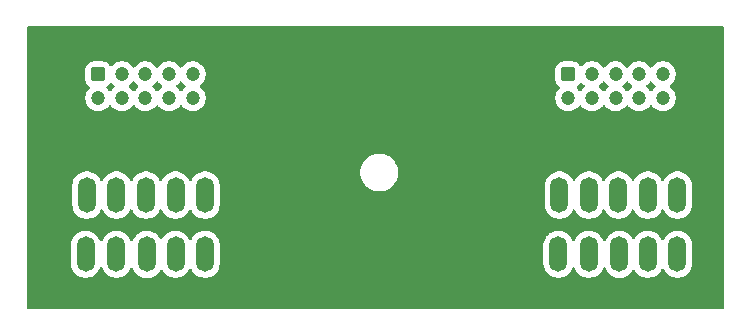
<source format=gbr>
%TF.GenerationSoftware,KiCad,Pcbnew,9.0.5*%
%TF.CreationDate,2025-10-21T11:31:10+02:00*%
%TF.ProjectId,PCB_switches,5043425f-7377-4697-9463-6865732e6b69,rev?*%
%TF.SameCoordinates,Original*%
%TF.FileFunction,Copper,L2,Bot*%
%TF.FilePolarity,Positive*%
%FSLAX46Y46*%
G04 Gerber Fmt 4.6, Leading zero omitted, Abs format (unit mm)*
G04 Created by KiCad (PCBNEW 9.0.5) date 2025-10-21 11:31:10*
%MOMM*%
%LPD*%
G01*
G04 APERTURE LIST*
G04 Aperture macros list*
%AMRoundRect*
0 Rectangle with rounded corners*
0 $1 Rounding radius*
0 $2 $3 $4 $5 $6 $7 $8 $9 X,Y pos of 4 corners*
0 Add a 4 corners polygon primitive as box body*
4,1,4,$2,$3,$4,$5,$6,$7,$8,$9,$2,$3,0*
0 Add four circle primitives for the rounded corners*
1,1,$1+$1,$2,$3*
1,1,$1+$1,$4,$5*
1,1,$1+$1,$6,$7*
1,1,$1+$1,$8,$9*
0 Add four rect primitives between the rounded corners*
20,1,$1+$1,$2,$3,$4,$5,0*
20,1,$1+$1,$4,$5,$6,$7,0*
20,1,$1+$1,$6,$7,$8,$9,0*
20,1,$1+$1,$8,$9,$2,$3,0*%
G04 Aperture macros list end*
%TA.AperFunction,ComponentPad*%
%ADD10O,1.500000X3.000000*%
%TD*%
%TA.AperFunction,ComponentPad*%
%ADD11RoundRect,0.250000X-0.350000X-0.350000X0.350000X-0.350000X0.350000X0.350000X-0.350000X0.350000X0*%
%TD*%
%TA.AperFunction,ComponentPad*%
%ADD12C,1.200000*%
%TD*%
G04 APERTURE END LIST*
D10*
%TO.P,SW1,1,1*%
%TO.N,Net-(J1-Pin_1)*%
X104047791Y-98217500D03*
%TO.P,SW1,2,2*%
%TO.N,Net-(J1-Pin_2)*%
X106547791Y-98217500D03*
%TO.P,SW1,3,3*%
%TO.N,Net-(J1-Pin_3)*%
X109047791Y-98217500D03*
%TO.P,SW1,4,4*%
%TO.N,Net-(J1-Pin_4)*%
X111547791Y-98217500D03*
%TO.P,SW1,5,5*%
%TO.N,Net-(J1-Pin_5)*%
X114047791Y-98217500D03*
%TO.P,SW1,6,6*%
%TO.N,Net-(J1-Pin_6)*%
X103952210Y-103217500D03*
%TO.P,SW1,7,7*%
%TO.N,Net-(J1-Pin_7)*%
X106547791Y-103217500D03*
%TO.P,SW1,8,8*%
%TO.N,Net-(J1-Pin_8)*%
X109129260Y-103232421D03*
%TO.P,SW1,9,9*%
%TO.N,Net-(J1-Pin_9)*%
X111547791Y-103217500D03*
%TO.P,SW1,10,10*%
%TO.N,Net-(J1-Pin_10)*%
X114047791Y-103217500D03*
%TD*%
D11*
%TO.P,J1,1,Pin_1*%
%TO.N,Net-(J1-Pin_1)*%
X105000000Y-88000000D03*
D12*
%TO.P,J1,2,Pin_2*%
%TO.N,Net-(J1-Pin_2)*%
X107000000Y-88000000D03*
%TO.P,J1,3,Pin_3*%
%TO.N,Net-(J1-Pin_3)*%
X109000000Y-88000000D03*
%TO.P,J1,4,Pin_4*%
%TO.N,Net-(J1-Pin_4)*%
X111000000Y-88000000D03*
%TO.P,J1,5,Pin_5*%
%TO.N,Net-(J1-Pin_5)*%
X113000000Y-88000000D03*
%TO.P,J1,6,Pin_6*%
%TO.N,Net-(J1-Pin_6)*%
X105000000Y-90000000D03*
%TO.P,J1,7,Pin_7*%
%TO.N,Net-(J1-Pin_7)*%
X107000000Y-90000000D03*
%TO.P,J1,8,Pin_8*%
%TO.N,Net-(J1-Pin_8)*%
X109000000Y-90000000D03*
%TO.P,J1,9,Pin_9*%
%TO.N,Net-(J1-Pin_9)*%
X111000000Y-90000000D03*
%TO.P,J1,10,Pin_10*%
%TO.N,Net-(J1-Pin_10)*%
X113000000Y-90000000D03*
%TD*%
D11*
%TO.P,J2,1,Pin_1*%
%TO.N,Net-(J2-Pin_1)*%
X144800000Y-88000000D03*
D12*
%TO.P,J2,2,Pin_2*%
%TO.N,Net-(J2-Pin_2)*%
X146800000Y-88000000D03*
%TO.P,J2,3,Pin_3*%
%TO.N,Net-(J2-Pin_3)*%
X148800000Y-88000000D03*
%TO.P,J2,4,Pin_4*%
%TO.N,Net-(J2-Pin_4)*%
X150800000Y-88000000D03*
%TO.P,J2,5,Pin_5*%
%TO.N,Net-(J2-Pin_5)*%
X152800000Y-88000000D03*
%TO.P,J2,6,Pin_6*%
%TO.N,Net-(J2-Pin_6)*%
X144800000Y-90000000D03*
%TO.P,J2,7,Pin_7*%
%TO.N,Net-(J2-Pin_7)*%
X146800000Y-90000000D03*
%TO.P,J2,8,Pin_8*%
%TO.N,unconnected-(J2-Pin_8-Pad8)*%
X148800000Y-90000000D03*
%TO.P,J2,9,Pin_9*%
%TO.N,unconnected-(J2-Pin_9-Pad9)*%
X150800000Y-90000000D03*
%TO.P,J2,10,Pin_10*%
%TO.N,Net-(J2-Pin_10)*%
X152800000Y-90000000D03*
%TD*%
D10*
%TO.P,SW2,1,1*%
%TO.N,Net-(J2-Pin_1)*%
X144047791Y-98217500D03*
%TO.P,SW2,2,2*%
%TO.N,Net-(J2-Pin_2)*%
X146547791Y-98217500D03*
%TO.P,SW2,3,3*%
%TO.N,Net-(J2-Pin_3)*%
X149047791Y-98217500D03*
%TO.P,SW2,4,4*%
%TO.N,Net-(J2-Pin_4)*%
X151547791Y-98217500D03*
%TO.P,SW2,5,5*%
%TO.N,Net-(J2-Pin_5)*%
X154047791Y-98217500D03*
%TO.P,SW2,6,6*%
%TO.N,Net-(J2-Pin_6)*%
X143952210Y-103217500D03*
%TO.P,SW2,7,7*%
%TO.N,Net-(J2-Pin_7)*%
X146547791Y-103217500D03*
%TO.P,SW2,8,8*%
%TO.N,unconnected-(SW2-Pad8)*%
X149129260Y-103232421D03*
%TO.P,SW2,9,9*%
%TO.N,unconnected-(SW2-Pad9)*%
X151547791Y-103217500D03*
%TO.P,SW2,10,10*%
%TO.N,Net-(J2-Pin_10)*%
X154047791Y-103217500D03*
%TD*%
%TA.AperFunction,NonConductor*%
G36*
X157892539Y-83907730D02*
G01*
X157938294Y-83960534D01*
X157949500Y-84012045D01*
X157949500Y-107763045D01*
X157929815Y-107830084D01*
X157877011Y-107875839D01*
X157825500Y-107887045D01*
X99074500Y-107887045D01*
X99007461Y-107867360D01*
X98961706Y-107814556D01*
X98950500Y-107763045D01*
X98950500Y-102369077D01*
X102701710Y-102369077D01*
X102701710Y-104065922D01*
X102732500Y-104260326D01*
X102793327Y-104447529D01*
X102857230Y-104572945D01*
X102882686Y-104622905D01*
X102998382Y-104782146D01*
X103137564Y-104921328D01*
X103296805Y-105037024D01*
X103379665Y-105079243D01*
X103472180Y-105126382D01*
X103472182Y-105126382D01*
X103472185Y-105126384D01*
X103518101Y-105141303D01*
X103659383Y-105187209D01*
X103853788Y-105218000D01*
X103853793Y-105218000D01*
X104050632Y-105218000D01*
X104245036Y-105187209D01*
X104432235Y-105126384D01*
X104607615Y-105037024D01*
X104766856Y-104921328D01*
X104906038Y-104782146D01*
X105021734Y-104622905D01*
X105111094Y-104447525D01*
X105132070Y-104382967D01*
X105171506Y-104325294D01*
X105235865Y-104298095D01*
X105304711Y-104310009D01*
X105356187Y-104357253D01*
X105367931Y-104382968D01*
X105388908Y-104447529D01*
X105452811Y-104572945D01*
X105478267Y-104622905D01*
X105593963Y-104782146D01*
X105733145Y-104921328D01*
X105892386Y-105037024D01*
X105975246Y-105079243D01*
X106067761Y-105126382D01*
X106067763Y-105126382D01*
X106067766Y-105126384D01*
X106113682Y-105141303D01*
X106254964Y-105187209D01*
X106449369Y-105218000D01*
X106449374Y-105218000D01*
X106646213Y-105218000D01*
X106840617Y-105187209D01*
X107027816Y-105126384D01*
X107203196Y-105037024D01*
X107362437Y-104921328D01*
X107501619Y-104782146D01*
X107617315Y-104622905D01*
X107706675Y-104447525D01*
X107718170Y-104412144D01*
X107757607Y-104354470D01*
X107821965Y-104327271D01*
X107890812Y-104339185D01*
X107942288Y-104386429D01*
X107954031Y-104412142D01*
X107955918Y-104417948D01*
X107970377Y-104462450D01*
X108052133Y-104622905D01*
X108059736Y-104637826D01*
X108175432Y-104797067D01*
X108314614Y-104936249D01*
X108473855Y-105051945D01*
X108556715Y-105094164D01*
X108649230Y-105141303D01*
X108649232Y-105141303D01*
X108649235Y-105141305D01*
X108749577Y-105173908D01*
X108836433Y-105202130D01*
X109030838Y-105232921D01*
X109030843Y-105232921D01*
X109227682Y-105232921D01*
X109422086Y-105202130D01*
X109609285Y-105141305D01*
X109784665Y-105051945D01*
X109943906Y-104936249D01*
X110083088Y-104797067D01*
X110198784Y-104637826D01*
X110231842Y-104572944D01*
X110279814Y-104522150D01*
X110347635Y-104505354D01*
X110413770Y-104527890D01*
X110452811Y-104572945D01*
X110478267Y-104622905D01*
X110593963Y-104782146D01*
X110733145Y-104921328D01*
X110892386Y-105037024D01*
X110975246Y-105079243D01*
X111067761Y-105126382D01*
X111067763Y-105126382D01*
X111067766Y-105126384D01*
X111113682Y-105141303D01*
X111254964Y-105187209D01*
X111449369Y-105218000D01*
X111449374Y-105218000D01*
X111646213Y-105218000D01*
X111840617Y-105187209D01*
X112027816Y-105126384D01*
X112203196Y-105037024D01*
X112362437Y-104921328D01*
X112501619Y-104782146D01*
X112617315Y-104622905D01*
X112687306Y-104485538D01*
X112735280Y-104434743D01*
X112803101Y-104417948D01*
X112869236Y-104440485D01*
X112908275Y-104485538D01*
X112978267Y-104622905D01*
X113093963Y-104782146D01*
X113233145Y-104921328D01*
X113392386Y-105037024D01*
X113475246Y-105079243D01*
X113567761Y-105126382D01*
X113567763Y-105126382D01*
X113567766Y-105126384D01*
X113613682Y-105141303D01*
X113754964Y-105187209D01*
X113949369Y-105218000D01*
X113949374Y-105218000D01*
X114146213Y-105218000D01*
X114340617Y-105187209D01*
X114527816Y-105126384D01*
X114703196Y-105037024D01*
X114862437Y-104921328D01*
X115001619Y-104782146D01*
X115117315Y-104622905D01*
X115206675Y-104447525D01*
X115267500Y-104260326D01*
X115298291Y-104065922D01*
X115298291Y-102369077D01*
X142701710Y-102369077D01*
X142701710Y-104065922D01*
X142732500Y-104260326D01*
X142793327Y-104447529D01*
X142857230Y-104572945D01*
X142882686Y-104622905D01*
X142998382Y-104782146D01*
X143137564Y-104921328D01*
X143296805Y-105037024D01*
X143379665Y-105079243D01*
X143472180Y-105126382D01*
X143472182Y-105126382D01*
X143472185Y-105126384D01*
X143518101Y-105141303D01*
X143659383Y-105187209D01*
X143853788Y-105218000D01*
X143853793Y-105218000D01*
X144050632Y-105218000D01*
X144245036Y-105187209D01*
X144432235Y-105126384D01*
X144607615Y-105037024D01*
X144766856Y-104921328D01*
X144906038Y-104782146D01*
X145021734Y-104622905D01*
X145111094Y-104447525D01*
X145132070Y-104382967D01*
X145171506Y-104325294D01*
X145235865Y-104298095D01*
X145304711Y-104310009D01*
X145356187Y-104357253D01*
X145367931Y-104382968D01*
X145388908Y-104447529D01*
X145452811Y-104572945D01*
X145478267Y-104622905D01*
X145593963Y-104782146D01*
X145733145Y-104921328D01*
X145892386Y-105037024D01*
X145975246Y-105079243D01*
X146067761Y-105126382D01*
X146067763Y-105126382D01*
X146067766Y-105126384D01*
X146113682Y-105141303D01*
X146254964Y-105187209D01*
X146449369Y-105218000D01*
X146449374Y-105218000D01*
X146646213Y-105218000D01*
X146840617Y-105187209D01*
X147027816Y-105126384D01*
X147203196Y-105037024D01*
X147362437Y-104921328D01*
X147501619Y-104782146D01*
X147617315Y-104622905D01*
X147706675Y-104447525D01*
X147718170Y-104412144D01*
X147757607Y-104354470D01*
X147821965Y-104327271D01*
X147890812Y-104339185D01*
X147942288Y-104386429D01*
X147954031Y-104412142D01*
X147955918Y-104417948D01*
X147970377Y-104462450D01*
X148052133Y-104622905D01*
X148059736Y-104637826D01*
X148175432Y-104797067D01*
X148314614Y-104936249D01*
X148473855Y-105051945D01*
X148556715Y-105094164D01*
X148649230Y-105141303D01*
X148649232Y-105141303D01*
X148649235Y-105141305D01*
X148749577Y-105173908D01*
X148836433Y-105202130D01*
X149030838Y-105232921D01*
X149030843Y-105232921D01*
X149227682Y-105232921D01*
X149422086Y-105202130D01*
X149609285Y-105141305D01*
X149784665Y-105051945D01*
X149943906Y-104936249D01*
X150083088Y-104797067D01*
X150198784Y-104637826D01*
X150231842Y-104572944D01*
X150279814Y-104522150D01*
X150347635Y-104505354D01*
X150413770Y-104527890D01*
X150452811Y-104572945D01*
X150478267Y-104622905D01*
X150593963Y-104782146D01*
X150733145Y-104921328D01*
X150892386Y-105037024D01*
X150975246Y-105079243D01*
X151067761Y-105126382D01*
X151067763Y-105126382D01*
X151067766Y-105126384D01*
X151113682Y-105141303D01*
X151254964Y-105187209D01*
X151449369Y-105218000D01*
X151449374Y-105218000D01*
X151646213Y-105218000D01*
X151840617Y-105187209D01*
X152027816Y-105126384D01*
X152203196Y-105037024D01*
X152362437Y-104921328D01*
X152501619Y-104782146D01*
X152617315Y-104622905D01*
X152687306Y-104485538D01*
X152735280Y-104434743D01*
X152803101Y-104417948D01*
X152869236Y-104440485D01*
X152908275Y-104485538D01*
X152978267Y-104622905D01*
X153093963Y-104782146D01*
X153233145Y-104921328D01*
X153392386Y-105037024D01*
X153475246Y-105079243D01*
X153567761Y-105126382D01*
X153567763Y-105126382D01*
X153567766Y-105126384D01*
X153613682Y-105141303D01*
X153754964Y-105187209D01*
X153949369Y-105218000D01*
X153949374Y-105218000D01*
X154146213Y-105218000D01*
X154340617Y-105187209D01*
X154527816Y-105126384D01*
X154703196Y-105037024D01*
X154862437Y-104921328D01*
X155001619Y-104782146D01*
X155117315Y-104622905D01*
X155206675Y-104447525D01*
X155267500Y-104260326D01*
X155298291Y-104065922D01*
X155298291Y-102369077D01*
X155267500Y-102174673D01*
X155227650Y-102052030D01*
X155206675Y-101987475D01*
X155206673Y-101987472D01*
X155206673Y-101987470D01*
X155124918Y-101827017D01*
X155117315Y-101812095D01*
X155001619Y-101652854D01*
X154862437Y-101513672D01*
X154703196Y-101397976D01*
X154527820Y-101308617D01*
X154340617Y-101247790D01*
X154146213Y-101217000D01*
X154146208Y-101217000D01*
X153949374Y-101217000D01*
X153949369Y-101217000D01*
X153754964Y-101247790D01*
X153567761Y-101308617D01*
X153392385Y-101397976D01*
X153301532Y-101463985D01*
X153233145Y-101513672D01*
X153233143Y-101513674D01*
X153233142Y-101513674D01*
X153093965Y-101652851D01*
X153093965Y-101652852D01*
X153093963Y-101652854D01*
X153044276Y-101721241D01*
X152978267Y-101812094D01*
X152908276Y-101949460D01*
X152860301Y-102000256D01*
X152792480Y-102017051D01*
X152726345Y-101994514D01*
X152687306Y-101949460D01*
X152624918Y-101827017D01*
X152617315Y-101812095D01*
X152501619Y-101652854D01*
X152362437Y-101513672D01*
X152203196Y-101397976D01*
X152027820Y-101308617D01*
X151840617Y-101247790D01*
X151646213Y-101217000D01*
X151646208Y-101217000D01*
X151449374Y-101217000D01*
X151449369Y-101217000D01*
X151254964Y-101247790D01*
X151067761Y-101308617D01*
X150892385Y-101397976D01*
X150801532Y-101463985D01*
X150733145Y-101513672D01*
X150733143Y-101513674D01*
X150733142Y-101513674D01*
X150593965Y-101652851D01*
X150593965Y-101652852D01*
X150593963Y-101652854D01*
X150544276Y-101721241D01*
X150478267Y-101812094D01*
X150445209Y-101876975D01*
X150397234Y-101927771D01*
X150329413Y-101944566D01*
X150263278Y-101922029D01*
X150224239Y-101876974D01*
X150198785Y-101827017D01*
X150181404Y-101803095D01*
X150083088Y-101667775D01*
X149943906Y-101528593D01*
X149784665Y-101412897D01*
X149755381Y-101397976D01*
X149609289Y-101323538D01*
X149422086Y-101262711D01*
X149227682Y-101231921D01*
X149227677Y-101231921D01*
X149030843Y-101231921D01*
X149030838Y-101231921D01*
X148836433Y-101262711D01*
X148649230Y-101323538D01*
X148473854Y-101412897D01*
X148383001Y-101478906D01*
X148314614Y-101528593D01*
X148314612Y-101528595D01*
X148314611Y-101528595D01*
X148175434Y-101667772D01*
X148175434Y-101667773D01*
X148175432Y-101667775D01*
X148125745Y-101736162D01*
X148059736Y-101827015D01*
X147970376Y-102002394D01*
X147958879Y-102037778D01*
X147919440Y-102095452D01*
X147855081Y-102122649D01*
X147786235Y-102110733D01*
X147734760Y-102063488D01*
X147723019Y-102037779D01*
X147706675Y-101987475D01*
X147617315Y-101812095D01*
X147501619Y-101652854D01*
X147362437Y-101513672D01*
X147203196Y-101397976D01*
X147027820Y-101308617D01*
X146840617Y-101247790D01*
X146646213Y-101217000D01*
X146646208Y-101217000D01*
X146449374Y-101217000D01*
X146449369Y-101217000D01*
X146254964Y-101247790D01*
X146067761Y-101308617D01*
X145892385Y-101397976D01*
X145801532Y-101463985D01*
X145733145Y-101513672D01*
X145733143Y-101513674D01*
X145733142Y-101513674D01*
X145593965Y-101652851D01*
X145593965Y-101652852D01*
X145593963Y-101652854D01*
X145544276Y-101721241D01*
X145478267Y-101812094D01*
X145388906Y-101987474D01*
X145367930Y-102052032D01*
X145328492Y-102109707D01*
X145264133Y-102136904D01*
X145195287Y-102124989D01*
X145143812Y-102077744D01*
X145132069Y-102052030D01*
X145111094Y-101987475D01*
X145021734Y-101812095D01*
X144906038Y-101652854D01*
X144766856Y-101513672D01*
X144607615Y-101397976D01*
X144432239Y-101308617D01*
X144245036Y-101247790D01*
X144050632Y-101217000D01*
X144050627Y-101217000D01*
X143853793Y-101217000D01*
X143853788Y-101217000D01*
X143659383Y-101247790D01*
X143472180Y-101308617D01*
X143296804Y-101397976D01*
X143205951Y-101463985D01*
X143137564Y-101513672D01*
X143137562Y-101513674D01*
X143137561Y-101513674D01*
X142998384Y-101652851D01*
X142998384Y-101652852D01*
X142998382Y-101652854D01*
X142948695Y-101721241D01*
X142882686Y-101812094D01*
X142793327Y-101987470D01*
X142732500Y-102174673D01*
X142701710Y-102369077D01*
X115298291Y-102369077D01*
X115267500Y-102174673D01*
X115227650Y-102052030D01*
X115206675Y-101987475D01*
X115206673Y-101987472D01*
X115206673Y-101987470D01*
X115124918Y-101827017D01*
X115117315Y-101812095D01*
X115001619Y-101652854D01*
X114862437Y-101513672D01*
X114703196Y-101397976D01*
X114527820Y-101308617D01*
X114340617Y-101247790D01*
X114146213Y-101217000D01*
X114146208Y-101217000D01*
X113949374Y-101217000D01*
X113949369Y-101217000D01*
X113754964Y-101247790D01*
X113567761Y-101308617D01*
X113392385Y-101397976D01*
X113301532Y-101463985D01*
X113233145Y-101513672D01*
X113233143Y-101513674D01*
X113233142Y-101513674D01*
X113093965Y-101652851D01*
X113093965Y-101652852D01*
X113093963Y-101652854D01*
X113044276Y-101721241D01*
X112978267Y-101812094D01*
X112908276Y-101949460D01*
X112860301Y-102000256D01*
X112792480Y-102017051D01*
X112726345Y-101994514D01*
X112687306Y-101949460D01*
X112624918Y-101827017D01*
X112617315Y-101812095D01*
X112501619Y-101652854D01*
X112362437Y-101513672D01*
X112203196Y-101397976D01*
X112027820Y-101308617D01*
X111840617Y-101247790D01*
X111646213Y-101217000D01*
X111646208Y-101217000D01*
X111449374Y-101217000D01*
X111449369Y-101217000D01*
X111254964Y-101247790D01*
X111067761Y-101308617D01*
X110892385Y-101397976D01*
X110801532Y-101463985D01*
X110733145Y-101513672D01*
X110733143Y-101513674D01*
X110733142Y-101513674D01*
X110593965Y-101652851D01*
X110593965Y-101652852D01*
X110593963Y-101652854D01*
X110544276Y-101721241D01*
X110478267Y-101812094D01*
X110445209Y-101876975D01*
X110397234Y-101927771D01*
X110329413Y-101944566D01*
X110263278Y-101922029D01*
X110224239Y-101876974D01*
X110198785Y-101827017D01*
X110181404Y-101803095D01*
X110083088Y-101667775D01*
X109943906Y-101528593D01*
X109784665Y-101412897D01*
X109755381Y-101397976D01*
X109609289Y-101323538D01*
X109422086Y-101262711D01*
X109227682Y-101231921D01*
X109227677Y-101231921D01*
X109030843Y-101231921D01*
X109030838Y-101231921D01*
X108836433Y-101262711D01*
X108649230Y-101323538D01*
X108473854Y-101412897D01*
X108383001Y-101478906D01*
X108314614Y-101528593D01*
X108314612Y-101528595D01*
X108314611Y-101528595D01*
X108175434Y-101667772D01*
X108175434Y-101667773D01*
X108175432Y-101667775D01*
X108125745Y-101736162D01*
X108059736Y-101827015D01*
X107970376Y-102002394D01*
X107958879Y-102037778D01*
X107919440Y-102095452D01*
X107855081Y-102122649D01*
X107786235Y-102110733D01*
X107734760Y-102063488D01*
X107723019Y-102037779D01*
X107706675Y-101987475D01*
X107617315Y-101812095D01*
X107501619Y-101652854D01*
X107362437Y-101513672D01*
X107203196Y-101397976D01*
X107027820Y-101308617D01*
X106840617Y-101247790D01*
X106646213Y-101217000D01*
X106646208Y-101217000D01*
X106449374Y-101217000D01*
X106449369Y-101217000D01*
X106254964Y-101247790D01*
X106067761Y-101308617D01*
X105892385Y-101397976D01*
X105801532Y-101463985D01*
X105733145Y-101513672D01*
X105733143Y-101513674D01*
X105733142Y-101513674D01*
X105593965Y-101652851D01*
X105593965Y-101652852D01*
X105593963Y-101652854D01*
X105544276Y-101721241D01*
X105478267Y-101812094D01*
X105388906Y-101987474D01*
X105367930Y-102052032D01*
X105328492Y-102109707D01*
X105264133Y-102136904D01*
X105195287Y-102124989D01*
X105143812Y-102077744D01*
X105132069Y-102052030D01*
X105111094Y-101987475D01*
X105021734Y-101812095D01*
X104906038Y-101652854D01*
X104766856Y-101513672D01*
X104607615Y-101397976D01*
X104432239Y-101308617D01*
X104245036Y-101247790D01*
X104050632Y-101217000D01*
X104050627Y-101217000D01*
X103853793Y-101217000D01*
X103853788Y-101217000D01*
X103659383Y-101247790D01*
X103472180Y-101308617D01*
X103296804Y-101397976D01*
X103205951Y-101463985D01*
X103137564Y-101513672D01*
X103137562Y-101513674D01*
X103137561Y-101513674D01*
X102998384Y-101652851D01*
X102998384Y-101652852D01*
X102998382Y-101652854D01*
X102948695Y-101721241D01*
X102882686Y-101812094D01*
X102793327Y-101987470D01*
X102732500Y-102174673D01*
X102701710Y-102369077D01*
X98950500Y-102369077D01*
X98950500Y-97369077D01*
X102797291Y-97369077D01*
X102797291Y-99065922D01*
X102828081Y-99260326D01*
X102888908Y-99447529D01*
X102978267Y-99622905D01*
X103093963Y-99782146D01*
X103233145Y-99921328D01*
X103392386Y-100037024D01*
X103475246Y-100079243D01*
X103567761Y-100126382D01*
X103567763Y-100126382D01*
X103567766Y-100126384D01*
X103668108Y-100158987D01*
X103754964Y-100187209D01*
X103949369Y-100218000D01*
X103949374Y-100218000D01*
X104146213Y-100218000D01*
X104340617Y-100187209D01*
X104527816Y-100126384D01*
X104703196Y-100037024D01*
X104862437Y-99921328D01*
X105001619Y-99782146D01*
X105117315Y-99622905D01*
X105187306Y-99485538D01*
X105235280Y-99434743D01*
X105303101Y-99417948D01*
X105369236Y-99440485D01*
X105408275Y-99485538D01*
X105478267Y-99622905D01*
X105593963Y-99782146D01*
X105733145Y-99921328D01*
X105892386Y-100037024D01*
X105975246Y-100079243D01*
X106067761Y-100126382D01*
X106067763Y-100126382D01*
X106067766Y-100126384D01*
X106168108Y-100158987D01*
X106254964Y-100187209D01*
X106449369Y-100218000D01*
X106449374Y-100218000D01*
X106646213Y-100218000D01*
X106840617Y-100187209D01*
X107027816Y-100126384D01*
X107203196Y-100037024D01*
X107362437Y-99921328D01*
X107501619Y-99782146D01*
X107617315Y-99622905D01*
X107687306Y-99485538D01*
X107735280Y-99434743D01*
X107803101Y-99417948D01*
X107869236Y-99440485D01*
X107908275Y-99485538D01*
X107978267Y-99622905D01*
X108093963Y-99782146D01*
X108233145Y-99921328D01*
X108392386Y-100037024D01*
X108475246Y-100079243D01*
X108567761Y-100126382D01*
X108567763Y-100126382D01*
X108567766Y-100126384D01*
X108668108Y-100158987D01*
X108754964Y-100187209D01*
X108949369Y-100218000D01*
X108949374Y-100218000D01*
X109146213Y-100218000D01*
X109340617Y-100187209D01*
X109527816Y-100126384D01*
X109703196Y-100037024D01*
X109862437Y-99921328D01*
X110001619Y-99782146D01*
X110117315Y-99622905D01*
X110187306Y-99485538D01*
X110235280Y-99434743D01*
X110303101Y-99417948D01*
X110369236Y-99440485D01*
X110408275Y-99485538D01*
X110478267Y-99622905D01*
X110593963Y-99782146D01*
X110733145Y-99921328D01*
X110892386Y-100037024D01*
X110975246Y-100079243D01*
X111067761Y-100126382D01*
X111067763Y-100126382D01*
X111067766Y-100126384D01*
X111168108Y-100158987D01*
X111254964Y-100187209D01*
X111449369Y-100218000D01*
X111449374Y-100218000D01*
X111646213Y-100218000D01*
X111840617Y-100187209D01*
X112027816Y-100126384D01*
X112203196Y-100037024D01*
X112362437Y-99921328D01*
X112501619Y-99782146D01*
X112617315Y-99622905D01*
X112687306Y-99485538D01*
X112735280Y-99434743D01*
X112803101Y-99417948D01*
X112869236Y-99440485D01*
X112908275Y-99485538D01*
X112978267Y-99622905D01*
X113093963Y-99782146D01*
X113233145Y-99921328D01*
X113392386Y-100037024D01*
X113475246Y-100079243D01*
X113567761Y-100126382D01*
X113567763Y-100126382D01*
X113567766Y-100126384D01*
X113668108Y-100158987D01*
X113754964Y-100187209D01*
X113949369Y-100218000D01*
X113949374Y-100218000D01*
X114146213Y-100218000D01*
X114340617Y-100187209D01*
X114527816Y-100126384D01*
X114703196Y-100037024D01*
X114862437Y-99921328D01*
X115001619Y-99782146D01*
X115117315Y-99622905D01*
X115206675Y-99447525D01*
X115267500Y-99260326D01*
X115298291Y-99065922D01*
X115298291Y-97369077D01*
X115267500Y-97174673D01*
X115216285Y-97017051D01*
X115206675Y-96987475D01*
X115206673Y-96987472D01*
X115206673Y-96987470D01*
X115117314Y-96812094D01*
X115001619Y-96652854D01*
X114862437Y-96513672D01*
X114703196Y-96397976D01*
X114527820Y-96308617D01*
X114490567Y-96296513D01*
X114438715Y-96279665D01*
X114340617Y-96247790D01*
X114146213Y-96217000D01*
X114146208Y-96217000D01*
X113949374Y-96217000D01*
X113949369Y-96217000D01*
X113754964Y-96247790D01*
X113567761Y-96308617D01*
X113392385Y-96397976D01*
X113301532Y-96463985D01*
X113233145Y-96513672D01*
X113233143Y-96513674D01*
X113233142Y-96513674D01*
X113093965Y-96652851D01*
X113093965Y-96652852D01*
X113093963Y-96652854D01*
X113078029Y-96674785D01*
X112978267Y-96812094D01*
X112908276Y-96949460D01*
X112860301Y-97000256D01*
X112792480Y-97017051D01*
X112726345Y-96994514D01*
X112687306Y-96949460D01*
X112617314Y-96812094D01*
X112501619Y-96652854D01*
X112362437Y-96513672D01*
X112203196Y-96397976D01*
X112027820Y-96308617D01*
X111840617Y-96247790D01*
X111646213Y-96217000D01*
X111646208Y-96217000D01*
X111449374Y-96217000D01*
X111449369Y-96217000D01*
X111254964Y-96247790D01*
X111067761Y-96308617D01*
X110892385Y-96397976D01*
X110801532Y-96463985D01*
X110733145Y-96513672D01*
X110733143Y-96513674D01*
X110733142Y-96513674D01*
X110593965Y-96652851D01*
X110593965Y-96652852D01*
X110593963Y-96652854D01*
X110578029Y-96674785D01*
X110478267Y-96812094D01*
X110408276Y-96949460D01*
X110360301Y-97000256D01*
X110292480Y-97017051D01*
X110226345Y-96994514D01*
X110187306Y-96949460D01*
X110117314Y-96812094D01*
X110001619Y-96652854D01*
X109862437Y-96513672D01*
X109703196Y-96397976D01*
X109527820Y-96308617D01*
X109340617Y-96247790D01*
X109146213Y-96217000D01*
X109146208Y-96217000D01*
X108949374Y-96217000D01*
X108949369Y-96217000D01*
X108754964Y-96247790D01*
X108567761Y-96308617D01*
X108392385Y-96397976D01*
X108301532Y-96463985D01*
X108233145Y-96513672D01*
X108233143Y-96513674D01*
X108233142Y-96513674D01*
X108093965Y-96652851D01*
X108093965Y-96652852D01*
X108093963Y-96652854D01*
X108078029Y-96674785D01*
X107978267Y-96812094D01*
X107908276Y-96949460D01*
X107860301Y-97000256D01*
X107792480Y-97017051D01*
X107726345Y-96994514D01*
X107687306Y-96949460D01*
X107617314Y-96812094D01*
X107501619Y-96652854D01*
X107362437Y-96513672D01*
X107203196Y-96397976D01*
X107027820Y-96308617D01*
X106840617Y-96247790D01*
X106646213Y-96217000D01*
X106646208Y-96217000D01*
X106449374Y-96217000D01*
X106449369Y-96217000D01*
X106254964Y-96247790D01*
X106067761Y-96308617D01*
X105892385Y-96397976D01*
X105801532Y-96463985D01*
X105733145Y-96513672D01*
X105733143Y-96513674D01*
X105733142Y-96513674D01*
X105593965Y-96652851D01*
X105593965Y-96652852D01*
X105593963Y-96652854D01*
X105578029Y-96674785D01*
X105478267Y-96812094D01*
X105408276Y-96949460D01*
X105360301Y-97000256D01*
X105292480Y-97017051D01*
X105226345Y-96994514D01*
X105187306Y-96949460D01*
X105117314Y-96812094D01*
X105001619Y-96652854D01*
X104862437Y-96513672D01*
X104703196Y-96397976D01*
X104527820Y-96308617D01*
X104340617Y-96247790D01*
X104146213Y-96217000D01*
X104146208Y-96217000D01*
X103949374Y-96217000D01*
X103949369Y-96217000D01*
X103754964Y-96247790D01*
X103567761Y-96308617D01*
X103392385Y-96397976D01*
X103301532Y-96463985D01*
X103233145Y-96513672D01*
X103233143Y-96513674D01*
X103233142Y-96513674D01*
X103093965Y-96652851D01*
X103093965Y-96652852D01*
X103093963Y-96652854D01*
X103078029Y-96674785D01*
X102978267Y-96812094D01*
X102888908Y-96987470D01*
X102828081Y-97174673D01*
X102797291Y-97369077D01*
X98950500Y-97369077D01*
X98950500Y-96174038D01*
X127199500Y-96174038D01*
X127199500Y-96425961D01*
X127238910Y-96674785D01*
X127316760Y-96914383D01*
X127431132Y-97138848D01*
X127579201Y-97342649D01*
X127579205Y-97342654D01*
X127757345Y-97520794D01*
X127757350Y-97520798D01*
X127935117Y-97649952D01*
X127961155Y-97668870D01*
X128104184Y-97741747D01*
X128185616Y-97783239D01*
X128185618Y-97783239D01*
X128185621Y-97783241D01*
X128425215Y-97861090D01*
X128674038Y-97900500D01*
X128674039Y-97900500D01*
X128925961Y-97900500D01*
X128925962Y-97900500D01*
X129174785Y-97861090D01*
X129414379Y-97783241D01*
X129638845Y-97668870D01*
X129842656Y-97520793D01*
X129994372Y-97369077D01*
X142797291Y-97369077D01*
X142797291Y-99065922D01*
X142828081Y-99260326D01*
X142888908Y-99447529D01*
X142978267Y-99622905D01*
X143093963Y-99782146D01*
X143233145Y-99921328D01*
X143392386Y-100037024D01*
X143475246Y-100079243D01*
X143567761Y-100126382D01*
X143567763Y-100126382D01*
X143567766Y-100126384D01*
X143668108Y-100158987D01*
X143754964Y-100187209D01*
X143949369Y-100218000D01*
X143949374Y-100218000D01*
X144146213Y-100218000D01*
X144340617Y-100187209D01*
X144527816Y-100126384D01*
X144703196Y-100037024D01*
X144862437Y-99921328D01*
X145001619Y-99782146D01*
X145117315Y-99622905D01*
X145187306Y-99485538D01*
X145235280Y-99434743D01*
X145303101Y-99417948D01*
X145369236Y-99440485D01*
X145408275Y-99485538D01*
X145478267Y-99622905D01*
X145593963Y-99782146D01*
X145733145Y-99921328D01*
X145892386Y-100037024D01*
X145975246Y-100079243D01*
X146067761Y-100126382D01*
X146067763Y-100126382D01*
X146067766Y-100126384D01*
X146168108Y-100158987D01*
X146254964Y-100187209D01*
X146449369Y-100218000D01*
X146449374Y-100218000D01*
X146646213Y-100218000D01*
X146840617Y-100187209D01*
X147027816Y-100126384D01*
X147203196Y-100037024D01*
X147362437Y-99921328D01*
X147501619Y-99782146D01*
X147617315Y-99622905D01*
X147687306Y-99485538D01*
X147735280Y-99434743D01*
X147803101Y-99417948D01*
X147869236Y-99440485D01*
X147908275Y-99485538D01*
X147978267Y-99622905D01*
X148093963Y-99782146D01*
X148233145Y-99921328D01*
X148392386Y-100037024D01*
X148475246Y-100079243D01*
X148567761Y-100126382D01*
X148567763Y-100126382D01*
X148567766Y-100126384D01*
X148668108Y-100158987D01*
X148754964Y-100187209D01*
X148949369Y-100218000D01*
X148949374Y-100218000D01*
X149146213Y-100218000D01*
X149340617Y-100187209D01*
X149527816Y-100126384D01*
X149703196Y-100037024D01*
X149862437Y-99921328D01*
X150001619Y-99782146D01*
X150117315Y-99622905D01*
X150187306Y-99485538D01*
X150235280Y-99434743D01*
X150303101Y-99417948D01*
X150369236Y-99440485D01*
X150408275Y-99485538D01*
X150478267Y-99622905D01*
X150593963Y-99782146D01*
X150733145Y-99921328D01*
X150892386Y-100037024D01*
X150975246Y-100079243D01*
X151067761Y-100126382D01*
X151067763Y-100126382D01*
X151067766Y-100126384D01*
X151168108Y-100158987D01*
X151254964Y-100187209D01*
X151449369Y-100218000D01*
X151449374Y-100218000D01*
X151646213Y-100218000D01*
X151840617Y-100187209D01*
X152027816Y-100126384D01*
X152203196Y-100037024D01*
X152362437Y-99921328D01*
X152501619Y-99782146D01*
X152617315Y-99622905D01*
X152687306Y-99485538D01*
X152735280Y-99434743D01*
X152803101Y-99417948D01*
X152869236Y-99440485D01*
X152908275Y-99485538D01*
X152978267Y-99622905D01*
X153093963Y-99782146D01*
X153233145Y-99921328D01*
X153392386Y-100037024D01*
X153475246Y-100079243D01*
X153567761Y-100126382D01*
X153567763Y-100126382D01*
X153567766Y-100126384D01*
X153668108Y-100158987D01*
X153754964Y-100187209D01*
X153949369Y-100218000D01*
X153949374Y-100218000D01*
X154146213Y-100218000D01*
X154340617Y-100187209D01*
X154527816Y-100126384D01*
X154703196Y-100037024D01*
X154862437Y-99921328D01*
X155001619Y-99782146D01*
X155117315Y-99622905D01*
X155206675Y-99447525D01*
X155267500Y-99260326D01*
X155298291Y-99065922D01*
X155298291Y-97369077D01*
X155267500Y-97174673D01*
X155216285Y-97017051D01*
X155206675Y-96987475D01*
X155206673Y-96987472D01*
X155206673Y-96987470D01*
X155117314Y-96812094D01*
X155001619Y-96652854D01*
X154862437Y-96513672D01*
X154703196Y-96397976D01*
X154527820Y-96308617D01*
X154340617Y-96247790D01*
X154146213Y-96217000D01*
X154146208Y-96217000D01*
X153949374Y-96217000D01*
X153949369Y-96217000D01*
X153754964Y-96247790D01*
X153567761Y-96308617D01*
X153392385Y-96397976D01*
X153301532Y-96463985D01*
X153233145Y-96513672D01*
X153233143Y-96513674D01*
X153233142Y-96513674D01*
X153093965Y-96652851D01*
X153093965Y-96652852D01*
X153093963Y-96652854D01*
X153078029Y-96674785D01*
X152978267Y-96812094D01*
X152908276Y-96949460D01*
X152860301Y-97000256D01*
X152792480Y-97017051D01*
X152726345Y-96994514D01*
X152687306Y-96949460D01*
X152617314Y-96812094D01*
X152501619Y-96652854D01*
X152362437Y-96513672D01*
X152203196Y-96397976D01*
X152027820Y-96308617D01*
X151840617Y-96247790D01*
X151646213Y-96217000D01*
X151646208Y-96217000D01*
X151449374Y-96217000D01*
X151449369Y-96217000D01*
X151254964Y-96247790D01*
X151067761Y-96308617D01*
X150892385Y-96397976D01*
X150801532Y-96463985D01*
X150733145Y-96513672D01*
X150733143Y-96513674D01*
X150733142Y-96513674D01*
X150593965Y-96652851D01*
X150593965Y-96652852D01*
X150593963Y-96652854D01*
X150578029Y-96674785D01*
X150478267Y-96812094D01*
X150408276Y-96949460D01*
X150360301Y-97000256D01*
X150292480Y-97017051D01*
X150226345Y-96994514D01*
X150187306Y-96949460D01*
X150117314Y-96812094D01*
X150001619Y-96652854D01*
X149862437Y-96513672D01*
X149703196Y-96397976D01*
X149527820Y-96308617D01*
X149340617Y-96247790D01*
X149146213Y-96217000D01*
X149146208Y-96217000D01*
X148949374Y-96217000D01*
X148949369Y-96217000D01*
X148754964Y-96247790D01*
X148567761Y-96308617D01*
X148392385Y-96397976D01*
X148301532Y-96463985D01*
X148233145Y-96513672D01*
X148233143Y-96513674D01*
X148233142Y-96513674D01*
X148093965Y-96652851D01*
X148093965Y-96652852D01*
X148093963Y-96652854D01*
X148078029Y-96674785D01*
X147978267Y-96812094D01*
X147908276Y-96949460D01*
X147860301Y-97000256D01*
X147792480Y-97017051D01*
X147726345Y-96994514D01*
X147687306Y-96949460D01*
X147617314Y-96812094D01*
X147501619Y-96652854D01*
X147362437Y-96513672D01*
X147203196Y-96397976D01*
X147027820Y-96308617D01*
X146840617Y-96247790D01*
X146646213Y-96217000D01*
X146646208Y-96217000D01*
X146449374Y-96217000D01*
X146449369Y-96217000D01*
X146254964Y-96247790D01*
X146067761Y-96308617D01*
X145892385Y-96397976D01*
X145801532Y-96463985D01*
X145733145Y-96513672D01*
X145733143Y-96513674D01*
X145733142Y-96513674D01*
X145593965Y-96652851D01*
X145593965Y-96652852D01*
X145593963Y-96652854D01*
X145578029Y-96674785D01*
X145478267Y-96812094D01*
X145408276Y-96949460D01*
X145360301Y-97000256D01*
X145292480Y-97017051D01*
X145226345Y-96994514D01*
X145187306Y-96949460D01*
X145117314Y-96812094D01*
X145001619Y-96652854D01*
X144862437Y-96513672D01*
X144703196Y-96397976D01*
X144527820Y-96308617D01*
X144340617Y-96247790D01*
X144146213Y-96217000D01*
X144146208Y-96217000D01*
X143949374Y-96217000D01*
X143949369Y-96217000D01*
X143754964Y-96247790D01*
X143567761Y-96308617D01*
X143392385Y-96397976D01*
X143301532Y-96463985D01*
X143233145Y-96513672D01*
X143233143Y-96513674D01*
X143233142Y-96513674D01*
X143093965Y-96652851D01*
X143093965Y-96652852D01*
X143093963Y-96652854D01*
X143078029Y-96674785D01*
X142978267Y-96812094D01*
X142888908Y-96987470D01*
X142828081Y-97174673D01*
X142797291Y-97369077D01*
X129994372Y-97369077D01*
X130020793Y-97342656D01*
X130168870Y-97138845D01*
X130283241Y-96914379D01*
X130361090Y-96674785D01*
X130400500Y-96425962D01*
X130400500Y-96174038D01*
X130361090Y-95925215D01*
X130283241Y-95685621D01*
X130283239Y-95685618D01*
X130283239Y-95685616D01*
X130241747Y-95604184D01*
X130168870Y-95461155D01*
X130149952Y-95435117D01*
X130020798Y-95257350D01*
X130020794Y-95257345D01*
X129842654Y-95079205D01*
X129842649Y-95079201D01*
X129638848Y-94931132D01*
X129638847Y-94931131D01*
X129638845Y-94931130D01*
X129568747Y-94895413D01*
X129414383Y-94816760D01*
X129174785Y-94738910D01*
X128925962Y-94699500D01*
X128674038Y-94699500D01*
X128549626Y-94719205D01*
X128425214Y-94738910D01*
X128185616Y-94816760D01*
X127961151Y-94931132D01*
X127757350Y-95079201D01*
X127757345Y-95079205D01*
X127579205Y-95257345D01*
X127579201Y-95257350D01*
X127431132Y-95461151D01*
X127316760Y-95685616D01*
X127238910Y-95925214D01*
X127199500Y-96174038D01*
X98950500Y-96174038D01*
X98950500Y-87599983D01*
X103899500Y-87599983D01*
X103899500Y-88400001D01*
X103899501Y-88400019D01*
X103910000Y-88502796D01*
X103910001Y-88502799D01*
X103965185Y-88669331D01*
X103965187Y-88669336D01*
X103988870Y-88707732D01*
X104057288Y-88818656D01*
X104181344Y-88942712D01*
X104234298Y-88975374D01*
X104245543Y-88982310D01*
X104292268Y-89034258D01*
X104303489Y-89103221D01*
X104275646Y-89167303D01*
X104268128Y-89175530D01*
X104160585Y-89283073D01*
X104058768Y-89423211D01*
X103980128Y-89577552D01*
X103926597Y-89742302D01*
X103899500Y-89913389D01*
X103899500Y-90086611D01*
X103926598Y-90257701D01*
X103980127Y-90422445D01*
X104058768Y-90576788D01*
X104160586Y-90716928D01*
X104283072Y-90839414D01*
X104423212Y-90941232D01*
X104577555Y-91019873D01*
X104742299Y-91073402D01*
X104913389Y-91100500D01*
X104913390Y-91100500D01*
X105086610Y-91100500D01*
X105086611Y-91100500D01*
X105257701Y-91073402D01*
X105422445Y-91019873D01*
X105576788Y-90941232D01*
X105716928Y-90839414D01*
X105839414Y-90716928D01*
X105899682Y-90633975D01*
X105955012Y-90591311D01*
X106024626Y-90585332D01*
X106086421Y-90617938D01*
X106100315Y-90633973D01*
X106160586Y-90716928D01*
X106283072Y-90839414D01*
X106423212Y-90941232D01*
X106577555Y-91019873D01*
X106742299Y-91073402D01*
X106913389Y-91100500D01*
X106913390Y-91100500D01*
X107086610Y-91100500D01*
X107086611Y-91100500D01*
X107257701Y-91073402D01*
X107422445Y-91019873D01*
X107576788Y-90941232D01*
X107716928Y-90839414D01*
X107839414Y-90716928D01*
X107899682Y-90633975D01*
X107955012Y-90591311D01*
X108024626Y-90585332D01*
X108086421Y-90617938D01*
X108100315Y-90633973D01*
X108160586Y-90716928D01*
X108283072Y-90839414D01*
X108423212Y-90941232D01*
X108577555Y-91019873D01*
X108742299Y-91073402D01*
X108913389Y-91100500D01*
X108913390Y-91100500D01*
X109086610Y-91100500D01*
X109086611Y-91100500D01*
X109257701Y-91073402D01*
X109422445Y-91019873D01*
X109576788Y-90941232D01*
X109716928Y-90839414D01*
X109839414Y-90716928D01*
X109899682Y-90633975D01*
X109955012Y-90591311D01*
X110024626Y-90585332D01*
X110086421Y-90617938D01*
X110100315Y-90633973D01*
X110160586Y-90716928D01*
X110283072Y-90839414D01*
X110423212Y-90941232D01*
X110577555Y-91019873D01*
X110742299Y-91073402D01*
X110913389Y-91100500D01*
X110913390Y-91100500D01*
X111086610Y-91100500D01*
X111086611Y-91100500D01*
X111257701Y-91073402D01*
X111422445Y-91019873D01*
X111576788Y-90941232D01*
X111716928Y-90839414D01*
X111839414Y-90716928D01*
X111899682Y-90633975D01*
X111955012Y-90591311D01*
X112024626Y-90585332D01*
X112086421Y-90617938D01*
X112100315Y-90633973D01*
X112160586Y-90716928D01*
X112283072Y-90839414D01*
X112423212Y-90941232D01*
X112577555Y-91019873D01*
X112742299Y-91073402D01*
X112913389Y-91100500D01*
X112913390Y-91100500D01*
X113086610Y-91100500D01*
X113086611Y-91100500D01*
X113257701Y-91073402D01*
X113422445Y-91019873D01*
X113576788Y-90941232D01*
X113716928Y-90839414D01*
X113839414Y-90716928D01*
X113941232Y-90576788D01*
X114019873Y-90422445D01*
X114073402Y-90257701D01*
X114100500Y-90086611D01*
X114100500Y-89913389D01*
X114073402Y-89742299D01*
X114019873Y-89577555D01*
X113941232Y-89423212D01*
X113839414Y-89283072D01*
X113716928Y-89160586D01*
X113633975Y-89100317D01*
X113591311Y-89044988D01*
X113585332Y-88975374D01*
X113617938Y-88913579D01*
X113633976Y-88899682D01*
X113716928Y-88839414D01*
X113839414Y-88716928D01*
X113941232Y-88576788D01*
X114019873Y-88422445D01*
X114073402Y-88257701D01*
X114100500Y-88086611D01*
X114100500Y-87913389D01*
X114073402Y-87742299D01*
X114027160Y-87599983D01*
X143699500Y-87599983D01*
X143699500Y-88400001D01*
X143699501Y-88400019D01*
X143710000Y-88502796D01*
X143710001Y-88502799D01*
X143765185Y-88669331D01*
X143765187Y-88669336D01*
X143788870Y-88707732D01*
X143857288Y-88818656D01*
X143981344Y-88942712D01*
X144034298Y-88975374D01*
X144045543Y-88982310D01*
X144092268Y-89034258D01*
X144103489Y-89103221D01*
X144075646Y-89167303D01*
X144068128Y-89175530D01*
X143960585Y-89283073D01*
X143858768Y-89423211D01*
X143780128Y-89577552D01*
X143726597Y-89742302D01*
X143699500Y-89913389D01*
X143699500Y-90086611D01*
X143726598Y-90257701D01*
X143780127Y-90422445D01*
X143858768Y-90576788D01*
X143960586Y-90716928D01*
X144083072Y-90839414D01*
X144223212Y-90941232D01*
X144377555Y-91019873D01*
X144542299Y-91073402D01*
X144713389Y-91100500D01*
X144713390Y-91100500D01*
X144886610Y-91100500D01*
X144886611Y-91100500D01*
X145057701Y-91073402D01*
X145222445Y-91019873D01*
X145376788Y-90941232D01*
X145516928Y-90839414D01*
X145639414Y-90716928D01*
X145699682Y-90633975D01*
X145755012Y-90591311D01*
X145824626Y-90585332D01*
X145886421Y-90617938D01*
X145900315Y-90633973D01*
X145960586Y-90716928D01*
X146083072Y-90839414D01*
X146223212Y-90941232D01*
X146377555Y-91019873D01*
X146542299Y-91073402D01*
X146713389Y-91100500D01*
X146713390Y-91100500D01*
X146886610Y-91100500D01*
X146886611Y-91100500D01*
X147057701Y-91073402D01*
X147222445Y-91019873D01*
X147376788Y-90941232D01*
X147516928Y-90839414D01*
X147639414Y-90716928D01*
X147699682Y-90633975D01*
X147755012Y-90591311D01*
X147824626Y-90585332D01*
X147886421Y-90617938D01*
X147900315Y-90633973D01*
X147960586Y-90716928D01*
X148083072Y-90839414D01*
X148223212Y-90941232D01*
X148377555Y-91019873D01*
X148542299Y-91073402D01*
X148713389Y-91100500D01*
X148713390Y-91100500D01*
X148886610Y-91100500D01*
X148886611Y-91100500D01*
X149057701Y-91073402D01*
X149222445Y-91019873D01*
X149376788Y-90941232D01*
X149516928Y-90839414D01*
X149639414Y-90716928D01*
X149699682Y-90633975D01*
X149755012Y-90591311D01*
X149824626Y-90585332D01*
X149886421Y-90617938D01*
X149900315Y-90633973D01*
X149960586Y-90716928D01*
X150083072Y-90839414D01*
X150223212Y-90941232D01*
X150377555Y-91019873D01*
X150542299Y-91073402D01*
X150713389Y-91100500D01*
X150713390Y-91100500D01*
X150886610Y-91100500D01*
X150886611Y-91100500D01*
X151057701Y-91073402D01*
X151222445Y-91019873D01*
X151376788Y-90941232D01*
X151516928Y-90839414D01*
X151639414Y-90716928D01*
X151699682Y-90633975D01*
X151755012Y-90591311D01*
X151824626Y-90585332D01*
X151886421Y-90617938D01*
X151900315Y-90633973D01*
X151960586Y-90716928D01*
X152083072Y-90839414D01*
X152223212Y-90941232D01*
X152377555Y-91019873D01*
X152542299Y-91073402D01*
X152713389Y-91100500D01*
X152713390Y-91100500D01*
X152886610Y-91100500D01*
X152886611Y-91100500D01*
X153057701Y-91073402D01*
X153222445Y-91019873D01*
X153376788Y-90941232D01*
X153516928Y-90839414D01*
X153639414Y-90716928D01*
X153741232Y-90576788D01*
X153819873Y-90422445D01*
X153873402Y-90257701D01*
X153900500Y-90086611D01*
X153900500Y-89913389D01*
X153873402Y-89742299D01*
X153819873Y-89577555D01*
X153741232Y-89423212D01*
X153639414Y-89283072D01*
X153516928Y-89160586D01*
X153433975Y-89100317D01*
X153391311Y-89044988D01*
X153385332Y-88975374D01*
X153417938Y-88913579D01*
X153433976Y-88899682D01*
X153516928Y-88839414D01*
X153639414Y-88716928D01*
X153741232Y-88576788D01*
X153819873Y-88422445D01*
X153873402Y-88257701D01*
X153900500Y-88086611D01*
X153900500Y-87913389D01*
X153873402Y-87742299D01*
X153819873Y-87577555D01*
X153741232Y-87423212D01*
X153639414Y-87283072D01*
X153516928Y-87160586D01*
X153376788Y-87058768D01*
X153222445Y-86980127D01*
X153057701Y-86926598D01*
X153057699Y-86926597D01*
X153057698Y-86926597D01*
X152926271Y-86905781D01*
X152886611Y-86899500D01*
X152713389Y-86899500D01*
X152673728Y-86905781D01*
X152542302Y-86926597D01*
X152377552Y-86980128D01*
X152223211Y-87058768D01*
X152143256Y-87116859D01*
X152083072Y-87160586D01*
X152083070Y-87160588D01*
X152083069Y-87160588D01*
X151960588Y-87283069D01*
X151960581Y-87283078D01*
X151900317Y-87366023D01*
X151844987Y-87408689D01*
X151775374Y-87414667D01*
X151713579Y-87382061D01*
X151699683Y-87366023D01*
X151639418Y-87283078D01*
X151639414Y-87283072D01*
X151516928Y-87160586D01*
X151376788Y-87058768D01*
X151222445Y-86980127D01*
X151057701Y-86926598D01*
X151057699Y-86926597D01*
X151057698Y-86926597D01*
X150926271Y-86905781D01*
X150886611Y-86899500D01*
X150713389Y-86899500D01*
X150673728Y-86905781D01*
X150542302Y-86926597D01*
X150377552Y-86980128D01*
X150223211Y-87058768D01*
X150143256Y-87116859D01*
X150083072Y-87160586D01*
X150083070Y-87160588D01*
X150083069Y-87160588D01*
X149960588Y-87283069D01*
X149960581Y-87283078D01*
X149900317Y-87366023D01*
X149844987Y-87408689D01*
X149775374Y-87414667D01*
X149713579Y-87382061D01*
X149699683Y-87366023D01*
X149639418Y-87283078D01*
X149639414Y-87283072D01*
X149516928Y-87160586D01*
X149376788Y-87058768D01*
X149222445Y-86980127D01*
X149057701Y-86926598D01*
X149057699Y-86926597D01*
X149057698Y-86926597D01*
X148926271Y-86905781D01*
X148886611Y-86899500D01*
X148713389Y-86899500D01*
X148673728Y-86905781D01*
X148542302Y-86926597D01*
X148377552Y-86980128D01*
X148223211Y-87058768D01*
X148143256Y-87116859D01*
X148083072Y-87160586D01*
X148083070Y-87160588D01*
X148083069Y-87160588D01*
X147960588Y-87283069D01*
X147960581Y-87283078D01*
X147900317Y-87366023D01*
X147844987Y-87408689D01*
X147775374Y-87414667D01*
X147713579Y-87382061D01*
X147699683Y-87366023D01*
X147639418Y-87283078D01*
X147639414Y-87283072D01*
X147516928Y-87160586D01*
X147376788Y-87058768D01*
X147222445Y-86980127D01*
X147057701Y-86926598D01*
X147057699Y-86926597D01*
X147057698Y-86926597D01*
X146926271Y-86905781D01*
X146886611Y-86899500D01*
X146713389Y-86899500D01*
X146673728Y-86905781D01*
X146542302Y-86926597D01*
X146377552Y-86980128D01*
X146223211Y-87058768D01*
X146083073Y-87160585D01*
X145975530Y-87268128D01*
X145914207Y-87301612D01*
X145844515Y-87296628D01*
X145788582Y-87254756D01*
X145782310Y-87245543D01*
X145742712Y-87181344D01*
X145618656Y-87057288D01*
X145493559Y-86980128D01*
X145469336Y-86965187D01*
X145469331Y-86965185D01*
X145467862Y-86964698D01*
X145302797Y-86910001D01*
X145302795Y-86910000D01*
X145200010Y-86899500D01*
X144399998Y-86899500D01*
X144399980Y-86899501D01*
X144297203Y-86910000D01*
X144297200Y-86910001D01*
X144130668Y-86965185D01*
X144130663Y-86965187D01*
X143981342Y-87057289D01*
X143857289Y-87181342D01*
X143765187Y-87330663D01*
X143765186Y-87330666D01*
X143710001Y-87497203D01*
X143710001Y-87497204D01*
X143710000Y-87497204D01*
X143699500Y-87599983D01*
X114027160Y-87599983D01*
X114019873Y-87577555D01*
X113941232Y-87423212D01*
X113839414Y-87283072D01*
X113716928Y-87160586D01*
X113576788Y-87058768D01*
X113422445Y-86980127D01*
X113257701Y-86926598D01*
X113257699Y-86926597D01*
X113257698Y-86926597D01*
X113126271Y-86905781D01*
X113086611Y-86899500D01*
X112913389Y-86899500D01*
X112873728Y-86905781D01*
X112742302Y-86926597D01*
X112577552Y-86980128D01*
X112423211Y-87058768D01*
X112343256Y-87116859D01*
X112283072Y-87160586D01*
X112283070Y-87160588D01*
X112283069Y-87160588D01*
X112160588Y-87283069D01*
X112160581Y-87283078D01*
X112100317Y-87366023D01*
X112044987Y-87408689D01*
X111975374Y-87414667D01*
X111913579Y-87382061D01*
X111899683Y-87366023D01*
X111839418Y-87283078D01*
X111839414Y-87283072D01*
X111716928Y-87160586D01*
X111576788Y-87058768D01*
X111422445Y-86980127D01*
X111257701Y-86926598D01*
X111257699Y-86926597D01*
X111257698Y-86926597D01*
X111126271Y-86905781D01*
X111086611Y-86899500D01*
X110913389Y-86899500D01*
X110873728Y-86905781D01*
X110742302Y-86926597D01*
X110577552Y-86980128D01*
X110423211Y-87058768D01*
X110343256Y-87116859D01*
X110283072Y-87160586D01*
X110283070Y-87160588D01*
X110283069Y-87160588D01*
X110160588Y-87283069D01*
X110160581Y-87283078D01*
X110100317Y-87366023D01*
X110044987Y-87408689D01*
X109975374Y-87414667D01*
X109913579Y-87382061D01*
X109899683Y-87366023D01*
X109839418Y-87283078D01*
X109839414Y-87283072D01*
X109716928Y-87160586D01*
X109576788Y-87058768D01*
X109422445Y-86980127D01*
X109257701Y-86926598D01*
X109257699Y-86926597D01*
X109257698Y-86926597D01*
X109126271Y-86905781D01*
X109086611Y-86899500D01*
X108913389Y-86899500D01*
X108873728Y-86905781D01*
X108742302Y-86926597D01*
X108577552Y-86980128D01*
X108423211Y-87058768D01*
X108343256Y-87116859D01*
X108283072Y-87160586D01*
X108283070Y-87160588D01*
X108283069Y-87160588D01*
X108160588Y-87283069D01*
X108160581Y-87283078D01*
X108100317Y-87366023D01*
X108044987Y-87408689D01*
X107975374Y-87414667D01*
X107913579Y-87382061D01*
X107899683Y-87366023D01*
X107839418Y-87283078D01*
X107839414Y-87283072D01*
X107716928Y-87160586D01*
X107576788Y-87058768D01*
X107422445Y-86980127D01*
X107257701Y-86926598D01*
X107257699Y-86926597D01*
X107257698Y-86926597D01*
X107126271Y-86905781D01*
X107086611Y-86899500D01*
X106913389Y-86899500D01*
X106873728Y-86905781D01*
X106742302Y-86926597D01*
X106577552Y-86980128D01*
X106423211Y-87058768D01*
X106283073Y-87160585D01*
X106175530Y-87268128D01*
X106114207Y-87301612D01*
X106044515Y-87296628D01*
X105988582Y-87254756D01*
X105982310Y-87245543D01*
X105942712Y-87181344D01*
X105818656Y-87057288D01*
X105693559Y-86980128D01*
X105669336Y-86965187D01*
X105669331Y-86965185D01*
X105667862Y-86964698D01*
X105502797Y-86910001D01*
X105502795Y-86910000D01*
X105400010Y-86899500D01*
X104599998Y-86899500D01*
X104599980Y-86899501D01*
X104497203Y-86910000D01*
X104497200Y-86910001D01*
X104330668Y-86965185D01*
X104330663Y-86965187D01*
X104181342Y-87057289D01*
X104057289Y-87181342D01*
X103965187Y-87330663D01*
X103965186Y-87330666D01*
X103910001Y-87497203D01*
X103910001Y-87497204D01*
X103910000Y-87497204D01*
X103899500Y-87599983D01*
X98950500Y-87599983D01*
X98950500Y-84012045D01*
X98970185Y-83945006D01*
X99022989Y-83899251D01*
X99074500Y-83888045D01*
X157825500Y-83888045D01*
X157892539Y-83907730D01*
G37*
%TD.AperFunction*%
%TA.AperFunction,NonConductor*%
G36*
X151886421Y-88617938D02*
G01*
X151900315Y-88633973D01*
X151960586Y-88716928D01*
X152083072Y-88839414D01*
X152083078Y-88839418D01*
X152166023Y-88899683D01*
X152208689Y-88955013D01*
X152214667Y-89024626D01*
X152182061Y-89086421D01*
X152166023Y-89100317D01*
X152083078Y-89160581D01*
X152083069Y-89160588D01*
X151960588Y-89283069D01*
X151960581Y-89283078D01*
X151900317Y-89366023D01*
X151844987Y-89408689D01*
X151775374Y-89414667D01*
X151713579Y-89382061D01*
X151699683Y-89366023D01*
X151639418Y-89283078D01*
X151639414Y-89283072D01*
X151516928Y-89160586D01*
X151433975Y-89100317D01*
X151391311Y-89044988D01*
X151385332Y-88975374D01*
X151417938Y-88913579D01*
X151433976Y-88899682D01*
X151516928Y-88839414D01*
X151639414Y-88716928D01*
X151699682Y-88633975D01*
X151755012Y-88591311D01*
X151824626Y-88585332D01*
X151886421Y-88617938D01*
G37*
%TD.AperFunction*%
%TA.AperFunction,NonConductor*%
G36*
X149886421Y-88617938D02*
G01*
X149900315Y-88633973D01*
X149960586Y-88716928D01*
X150083072Y-88839414D01*
X150083078Y-88839418D01*
X150166023Y-88899683D01*
X150208689Y-88955013D01*
X150214667Y-89024626D01*
X150182061Y-89086421D01*
X150166023Y-89100317D01*
X150083078Y-89160581D01*
X150083069Y-89160588D01*
X149960588Y-89283069D01*
X149960581Y-89283078D01*
X149900317Y-89366023D01*
X149844987Y-89408689D01*
X149775374Y-89414667D01*
X149713579Y-89382061D01*
X149699683Y-89366023D01*
X149639418Y-89283078D01*
X149639414Y-89283072D01*
X149516928Y-89160586D01*
X149433975Y-89100317D01*
X149391311Y-89044988D01*
X149385332Y-88975374D01*
X149417938Y-88913579D01*
X149433976Y-88899682D01*
X149516928Y-88839414D01*
X149639414Y-88716928D01*
X149699682Y-88633975D01*
X149755012Y-88591311D01*
X149824626Y-88585332D01*
X149886421Y-88617938D01*
G37*
%TD.AperFunction*%
%TA.AperFunction,NonConductor*%
G36*
X147886421Y-88617938D02*
G01*
X147900315Y-88633973D01*
X147960586Y-88716928D01*
X148083072Y-88839414D01*
X148083078Y-88839418D01*
X148166023Y-88899683D01*
X148208689Y-88955013D01*
X148214667Y-89024626D01*
X148182061Y-89086421D01*
X148166023Y-89100317D01*
X148083078Y-89160581D01*
X148083069Y-89160588D01*
X147960588Y-89283069D01*
X147960581Y-89283078D01*
X147900317Y-89366023D01*
X147844987Y-89408689D01*
X147775374Y-89414667D01*
X147713579Y-89382061D01*
X147699683Y-89366023D01*
X147639418Y-89283078D01*
X147639414Y-89283072D01*
X147516928Y-89160586D01*
X147433975Y-89100317D01*
X147391311Y-89044988D01*
X147385332Y-88975374D01*
X147417938Y-88913579D01*
X147433976Y-88899682D01*
X147516928Y-88839414D01*
X147639414Y-88716928D01*
X147699682Y-88633975D01*
X147755012Y-88591311D01*
X147824626Y-88585332D01*
X147886421Y-88617938D01*
G37*
%TD.AperFunction*%
%TA.AperFunction,NonConductor*%
G36*
X145967303Y-88724352D02*
G01*
X145975530Y-88731872D01*
X146083072Y-88839414D01*
X146166356Y-88899923D01*
X146166677Y-88900160D01*
X146187644Y-88927722D01*
X146208689Y-88955013D01*
X146208725Y-88955432D01*
X146208980Y-88955768D01*
X146211712Y-88990217D01*
X146214667Y-89024626D01*
X146214470Y-89024998D01*
X146214504Y-89025419D01*
X146198161Y-89055907D01*
X146182061Y-89086421D01*
X146181583Y-89086834D01*
X146181495Y-89087000D01*
X146181209Y-89087158D01*
X146166023Y-89100317D01*
X146083078Y-89160581D01*
X146083069Y-89160588D01*
X145960588Y-89283069D01*
X145960581Y-89283078D01*
X145900317Y-89366023D01*
X145844987Y-89408689D01*
X145775374Y-89414667D01*
X145713579Y-89382061D01*
X145699683Y-89366023D01*
X145639418Y-89283078D01*
X145639414Y-89283072D01*
X145531872Y-89175530D01*
X145498387Y-89114207D01*
X145503371Y-89044515D01*
X145545243Y-88988582D01*
X145554457Y-88982310D01*
X145565702Y-88975374D01*
X145618656Y-88942712D01*
X145742712Y-88818656D01*
X145782310Y-88754456D01*
X145834258Y-88707732D01*
X145903220Y-88696509D01*
X145967303Y-88724352D01*
G37*
%TD.AperFunction*%
%TA.AperFunction,NonConductor*%
G36*
X112086421Y-88617938D02*
G01*
X112100315Y-88633973D01*
X112160586Y-88716928D01*
X112283072Y-88839414D01*
X112283078Y-88839418D01*
X112366023Y-88899683D01*
X112408689Y-88955013D01*
X112414667Y-89024626D01*
X112382061Y-89086421D01*
X112366023Y-89100317D01*
X112283078Y-89160581D01*
X112283069Y-89160588D01*
X112160588Y-89283069D01*
X112160581Y-89283078D01*
X112100317Y-89366023D01*
X112044987Y-89408689D01*
X111975374Y-89414667D01*
X111913579Y-89382061D01*
X111899683Y-89366023D01*
X111839418Y-89283078D01*
X111839414Y-89283072D01*
X111716928Y-89160586D01*
X111633975Y-89100317D01*
X111591311Y-89044988D01*
X111585332Y-88975374D01*
X111617938Y-88913579D01*
X111633976Y-88899682D01*
X111716928Y-88839414D01*
X111839414Y-88716928D01*
X111899682Y-88633975D01*
X111955012Y-88591311D01*
X112024626Y-88585332D01*
X112086421Y-88617938D01*
G37*
%TD.AperFunction*%
%TA.AperFunction,NonConductor*%
G36*
X110086421Y-88617938D02*
G01*
X110100315Y-88633973D01*
X110160586Y-88716928D01*
X110283072Y-88839414D01*
X110283078Y-88839418D01*
X110366023Y-88899683D01*
X110408689Y-88955013D01*
X110414667Y-89024626D01*
X110382061Y-89086421D01*
X110366023Y-89100317D01*
X110283078Y-89160581D01*
X110283069Y-89160588D01*
X110160588Y-89283069D01*
X110160581Y-89283078D01*
X110100317Y-89366023D01*
X110044987Y-89408689D01*
X109975374Y-89414667D01*
X109913579Y-89382061D01*
X109899683Y-89366023D01*
X109839418Y-89283078D01*
X109839414Y-89283072D01*
X109716928Y-89160586D01*
X109633975Y-89100317D01*
X109591311Y-89044988D01*
X109585332Y-88975374D01*
X109617938Y-88913579D01*
X109633976Y-88899682D01*
X109716928Y-88839414D01*
X109839414Y-88716928D01*
X109899682Y-88633975D01*
X109955012Y-88591311D01*
X110024626Y-88585332D01*
X110086421Y-88617938D01*
G37*
%TD.AperFunction*%
%TA.AperFunction,NonConductor*%
G36*
X108086421Y-88617938D02*
G01*
X108100315Y-88633973D01*
X108160586Y-88716928D01*
X108283072Y-88839414D01*
X108283078Y-88839418D01*
X108366023Y-88899683D01*
X108408689Y-88955013D01*
X108414667Y-89024626D01*
X108382061Y-89086421D01*
X108366023Y-89100317D01*
X108283078Y-89160581D01*
X108283069Y-89160588D01*
X108160588Y-89283069D01*
X108160581Y-89283078D01*
X108100317Y-89366023D01*
X108044987Y-89408689D01*
X107975374Y-89414667D01*
X107913579Y-89382061D01*
X107899683Y-89366023D01*
X107839418Y-89283078D01*
X107839414Y-89283072D01*
X107716928Y-89160586D01*
X107633975Y-89100317D01*
X107591311Y-89044988D01*
X107585332Y-88975374D01*
X107617938Y-88913579D01*
X107633976Y-88899682D01*
X107716928Y-88839414D01*
X107839414Y-88716928D01*
X107899682Y-88633975D01*
X107955012Y-88591311D01*
X108024626Y-88585332D01*
X108086421Y-88617938D01*
G37*
%TD.AperFunction*%
%TA.AperFunction,NonConductor*%
G36*
X106167303Y-88724352D02*
G01*
X106175530Y-88731872D01*
X106283072Y-88839414D01*
X106283078Y-88839418D01*
X106366023Y-88899683D01*
X106408689Y-88955013D01*
X106414667Y-89024626D01*
X106382061Y-89086421D01*
X106366023Y-89100317D01*
X106283078Y-89160581D01*
X106283069Y-89160588D01*
X106160588Y-89283069D01*
X106160581Y-89283078D01*
X106100317Y-89366023D01*
X106044987Y-89408689D01*
X105975374Y-89414667D01*
X105913579Y-89382061D01*
X105899683Y-89366023D01*
X105839418Y-89283078D01*
X105839414Y-89283072D01*
X105731872Y-89175530D01*
X105698387Y-89114207D01*
X105703371Y-89044515D01*
X105745243Y-88988582D01*
X105754457Y-88982310D01*
X105765702Y-88975374D01*
X105818656Y-88942712D01*
X105942712Y-88818656D01*
X105982310Y-88754456D01*
X106034258Y-88707732D01*
X106103220Y-88696509D01*
X106167303Y-88724352D01*
G37*
%TD.AperFunction*%
M02*

</source>
